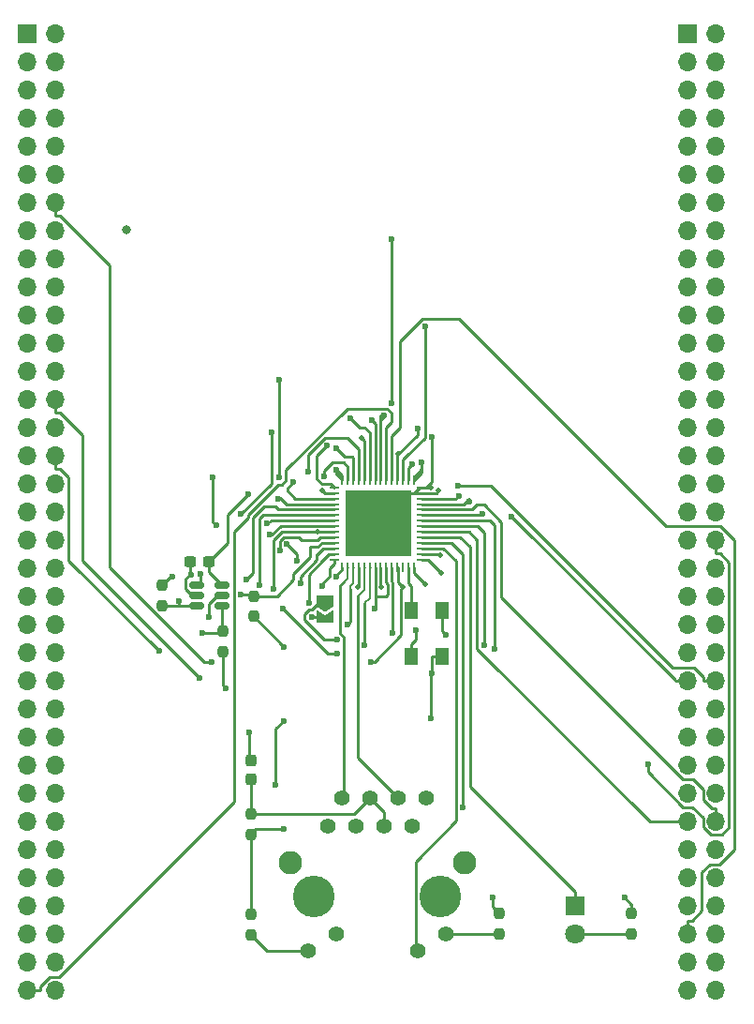
<source format=gbr>
G04 #@! TF.GenerationSoftware,KiCad,Pcbnew,7.0.1-3b83917a11~172~ubuntu22.04.1*
G04 #@! TF.CreationDate,2023-04-09T22:29:47+09:00*
G04 #@! TF.ProjectId,Akashi-13,416b6173-6869-42d3-9133-2e6b69636164,rev?*
G04 #@! TF.SameCoordinates,Original*
G04 #@! TF.FileFunction,Copper,L1,Top*
G04 #@! TF.FilePolarity,Positive*
%FSLAX46Y46*%
G04 Gerber Fmt 4.6, Leading zero omitted, Abs format (unit mm)*
G04 Created by KiCad (PCBNEW 7.0.1-3b83917a11~172~ubuntu22.04.1) date 2023-04-09 22:29:47*
%MOMM*%
%LPD*%
G01*
G04 APERTURE LIST*
G04 Aperture macros list*
%AMRoundRect*
0 Rectangle with rounded corners*
0 $1 Rounding radius*
0 $2 $3 $4 $5 $6 $7 $8 $9 X,Y pos of 4 corners*
0 Add a 4 corners polygon primitive as box body*
4,1,4,$2,$3,$4,$5,$6,$7,$8,$9,$2,$3,0*
0 Add four circle primitives for the rounded corners*
1,1,$1+$1,$2,$3*
1,1,$1+$1,$4,$5*
1,1,$1+$1,$6,$7*
1,1,$1+$1,$8,$9*
0 Add four rect primitives between the rounded corners*
20,1,$1+$1,$2,$3,$4,$5,0*
20,1,$1+$1,$4,$5,$6,$7,0*
20,1,$1+$1,$6,$7,$8,$9,0*
20,1,$1+$1,$8,$9,$2,$3,0*%
%AMFreePoly0*
4,1,6,1.000000,0.000000,0.500000,-0.750000,-0.500000,-0.750000,-0.500000,0.750000,0.500000,0.750000,1.000000,0.000000,1.000000,0.000000,$1*%
%AMFreePoly1*
4,1,6,0.500000,-0.750000,-0.650000,-0.750000,-0.150000,0.000000,-0.650000,0.750000,0.500000,0.750000,0.500000,-0.750000,0.500000,-0.750000,$1*%
G04 Aperture macros list end*
G04 #@! TA.AperFunction,SMDPad,CuDef*
%ADD10RoundRect,0.237500X-0.237500X0.250000X-0.237500X-0.250000X0.237500X-0.250000X0.237500X0.250000X0*%
G04 #@! TD*
G04 #@! TA.AperFunction,SMDPad,CuDef*
%ADD11RoundRect,0.062500X0.375000X0.062500X-0.375000X0.062500X-0.375000X-0.062500X0.375000X-0.062500X0*%
G04 #@! TD*
G04 #@! TA.AperFunction,SMDPad,CuDef*
%ADD12RoundRect,0.062500X0.062500X0.375000X-0.062500X0.375000X-0.062500X-0.375000X0.062500X-0.375000X0*%
G04 #@! TD*
G04 #@! TA.AperFunction,SMDPad,CuDef*
%ADD13R,5.900000X5.900000*%
G04 #@! TD*
G04 #@! TA.AperFunction,SMDPad,CuDef*
%ADD14RoundRect,0.150000X-0.512500X-0.150000X0.512500X-0.150000X0.512500X0.150000X-0.512500X0.150000X0*%
G04 #@! TD*
G04 #@! TA.AperFunction,SMDPad,CuDef*
%ADD15R,1.200000X1.500000*%
G04 #@! TD*
G04 #@! TA.AperFunction,ComponentPad*
%ADD16R,1.800000X1.800000*%
G04 #@! TD*
G04 #@! TA.AperFunction,ComponentPad*
%ADD17C,1.800000*%
G04 #@! TD*
G04 #@! TA.AperFunction,ComponentPad*
%ADD18C,1.397000*%
G04 #@! TD*
G04 #@! TA.AperFunction,ComponentPad*
%ADD19C,3.759200*%
G04 #@! TD*
G04 #@! TA.AperFunction,ComponentPad*
%ADD20C,2.108200*%
G04 #@! TD*
G04 #@! TA.AperFunction,SMDPad,CuDef*
%ADD21RoundRect,0.237500X0.300000X0.237500X-0.300000X0.237500X-0.300000X-0.237500X0.300000X-0.237500X0*%
G04 #@! TD*
G04 #@! TA.AperFunction,SMDPad,CuDef*
%ADD22FreePoly0,270.000000*%
G04 #@! TD*
G04 #@! TA.AperFunction,SMDPad,CuDef*
%ADD23FreePoly1,270.000000*%
G04 #@! TD*
G04 #@! TA.AperFunction,SMDPad,CuDef*
%ADD24RoundRect,0.237500X0.237500X-0.300000X0.237500X0.300000X-0.237500X0.300000X-0.237500X-0.300000X0*%
G04 #@! TD*
G04 #@! TA.AperFunction,SMDPad,CuDef*
%ADD25RoundRect,0.237500X0.237500X-0.250000X0.237500X0.250000X-0.237500X0.250000X-0.237500X-0.250000X0*%
G04 #@! TD*
G04 #@! TA.AperFunction,ComponentPad*
%ADD26R,1.700000X1.700000*%
G04 #@! TD*
G04 #@! TA.AperFunction,ComponentPad*
%ADD27O,1.700000X1.700000*%
G04 #@! TD*
G04 #@! TA.AperFunction,ViaPad*
%ADD28C,0.800000*%
G04 #@! TD*
G04 #@! TA.AperFunction,ViaPad*
%ADD29C,0.600000*%
G04 #@! TD*
G04 #@! TA.AperFunction,ViaPad*
%ADD30C,0.500000*%
G04 #@! TD*
G04 #@! TA.AperFunction,Conductor*
%ADD31C,0.250000*%
G04 #@! TD*
G04 #@! TA.AperFunction,Conductor*
%ADD32C,0.200000*%
G04 #@! TD*
G04 APERTURE END LIST*
D10*
X143000000Y-145500000D03*
X143000000Y-147325000D03*
X120750000Y-116837500D03*
X120750000Y-118662500D03*
D11*
X135937500Y-113510000D03*
X135937500Y-113010000D03*
X135937500Y-112510000D03*
X135937500Y-112010000D03*
X135937500Y-111510000D03*
X135937500Y-111010000D03*
X135937500Y-110510000D03*
X135937500Y-110010000D03*
X135937500Y-109510000D03*
X135937500Y-109010000D03*
X135937500Y-108510000D03*
X135937500Y-108010000D03*
X135937500Y-107510000D03*
X135937500Y-107010000D03*
D12*
X135250000Y-106322500D03*
X134750000Y-106322500D03*
X134250000Y-106322500D03*
X133750000Y-106322500D03*
X133250000Y-106322500D03*
X132750000Y-106322500D03*
X132250000Y-106322500D03*
X131750000Y-106322500D03*
X131250000Y-106322500D03*
X130750000Y-106322500D03*
X130250000Y-106322500D03*
X129750000Y-106322500D03*
X129250000Y-106322500D03*
X128750000Y-106322500D03*
D11*
X128062500Y-107010000D03*
X128062500Y-107510000D03*
X128062500Y-108010000D03*
X128062500Y-108510000D03*
X128062500Y-109010000D03*
X128062500Y-109510000D03*
X128062500Y-110010000D03*
X128062500Y-110510000D03*
X128062500Y-111010000D03*
X128062500Y-111510000D03*
X128062500Y-112010000D03*
X128062500Y-112510000D03*
X128062500Y-113010000D03*
X128062500Y-113510000D03*
D12*
X128750000Y-114197500D03*
X129250000Y-114197500D03*
X129750000Y-114197500D03*
X130250000Y-114197500D03*
X130750000Y-114197500D03*
X131250000Y-114197500D03*
X131750000Y-114197500D03*
X132250000Y-114197500D03*
X132750000Y-114197500D03*
X133250000Y-114197500D03*
X133750000Y-114197500D03*
X134250000Y-114197500D03*
X134750000Y-114197500D03*
X135250000Y-114197500D03*
D13*
X132000000Y-110260000D03*
D10*
X112500000Y-115837500D03*
X112500000Y-117662500D03*
D14*
X115612500Y-115800000D03*
X115612500Y-116750000D03*
X115612500Y-117700000D03*
X117887500Y-117700000D03*
X117887500Y-116750000D03*
X117887500Y-115800000D03*
D15*
X137800000Y-122250000D03*
X137800000Y-118150000D03*
X135000000Y-118150000D03*
X135000000Y-122250000D03*
D16*
X149860000Y-144780000D03*
D17*
X149860000Y-147320000D03*
D18*
X127483000Y-137590000D03*
X128753000Y-135050000D03*
X130023000Y-137590000D03*
X131293000Y-135050000D03*
X132563000Y-137590000D03*
X133833000Y-135050000D03*
X135103000Y-137590000D03*
X136373000Y-135050000D03*
X125730000Y-148840000D03*
X128270000Y-147320000D03*
X135586000Y-148840000D03*
X138126000Y-147320000D03*
D19*
X137643000Y-143940000D03*
X126213000Y-143940000D03*
D20*
X139802998Y-140890000D03*
X124053002Y-140890000D03*
D10*
X120500000Y-145587500D03*
X120500000Y-147412500D03*
D21*
X116725000Y-113750000D03*
X115000000Y-113750000D03*
D22*
X127250000Y-117275000D03*
D23*
X127250000Y-118725000D03*
D10*
X154940000Y-145495000D03*
X154940000Y-147320000D03*
D24*
X120500000Y-133362500D03*
X120500000Y-131637500D03*
D25*
X120500000Y-138325000D03*
X120500000Y-136500000D03*
X118000000Y-121825000D03*
X118000000Y-120000000D03*
D26*
X160020000Y-66040000D03*
D27*
X162560000Y-66040000D03*
X160020000Y-68580000D03*
X162560000Y-68580000D03*
X160020000Y-71120000D03*
X162560000Y-71120000D03*
X160020000Y-73660000D03*
X162560000Y-73660000D03*
X160020000Y-76200000D03*
X162560000Y-76200000D03*
X160020000Y-78740000D03*
X162560000Y-78740000D03*
X160020000Y-81280000D03*
X162560000Y-81280000D03*
X160020000Y-83820000D03*
X162560000Y-83820000D03*
X160020000Y-86360000D03*
X162560000Y-86360000D03*
X160020000Y-88900000D03*
X162560000Y-88900000D03*
X160020000Y-91440000D03*
X162560000Y-91440000D03*
X160020000Y-93980000D03*
X162560000Y-93980000D03*
X160020000Y-96520000D03*
X162560000Y-96520000D03*
X160020000Y-99060000D03*
X162560000Y-99060000D03*
X160020000Y-101600000D03*
X162560000Y-101600000D03*
X160020000Y-104140000D03*
X162560000Y-104140000D03*
X160020000Y-106680000D03*
X162560000Y-106680000D03*
X160020000Y-109220000D03*
X162560000Y-109220000D03*
X160020000Y-111760000D03*
X162560000Y-111760000D03*
X160020000Y-114300000D03*
X162560000Y-114300000D03*
X160020000Y-116840000D03*
X162560000Y-116840000D03*
X160020000Y-119380000D03*
X162560000Y-119380000D03*
X160020000Y-121920000D03*
X162560000Y-121920000D03*
X160020000Y-124460000D03*
X162560000Y-124460000D03*
X160020000Y-127000000D03*
X162560000Y-127000000D03*
X160020000Y-129540000D03*
X162560000Y-129540000D03*
X160020000Y-132080000D03*
X162560000Y-132080000D03*
X160020000Y-134620000D03*
X162560000Y-134620000D03*
X160020000Y-137160000D03*
X162560000Y-137160000D03*
X160020000Y-139700000D03*
X162560000Y-139700000D03*
X160020000Y-142240000D03*
X162560000Y-142240000D03*
X160020000Y-144780000D03*
X162560000Y-144780000D03*
X160020000Y-147320000D03*
X162560000Y-147320000D03*
X160020000Y-149860000D03*
X162560000Y-149860000D03*
X160020000Y-152400000D03*
X162560000Y-152400000D03*
D26*
X100310000Y-66040000D03*
D27*
X102850000Y-66040000D03*
X100310000Y-68580000D03*
X102850000Y-68580000D03*
X100310000Y-71120000D03*
X102850000Y-71120000D03*
X100310000Y-73660000D03*
X102850000Y-73660000D03*
X100310000Y-76200000D03*
X102850000Y-76200000D03*
X100310000Y-78740000D03*
X102850000Y-78740000D03*
X100310000Y-81280000D03*
X102850000Y-81280000D03*
X100310000Y-83820000D03*
X102850000Y-83820000D03*
X100310000Y-86360000D03*
X102850000Y-86360000D03*
X100310000Y-88900000D03*
X102850000Y-88900000D03*
X100310000Y-91440000D03*
X102850000Y-91440000D03*
X100310000Y-93980000D03*
X102850000Y-93980000D03*
X100310000Y-96520000D03*
X102850000Y-96520000D03*
X100310000Y-99060000D03*
X102850000Y-99060000D03*
X100310000Y-101600000D03*
X102850000Y-101600000D03*
X100310000Y-104140000D03*
X102850000Y-104140000D03*
X100310000Y-106680000D03*
X102850000Y-106680000D03*
X100310000Y-109220000D03*
X102850000Y-109220000D03*
X100310000Y-111760000D03*
X102850000Y-111760000D03*
X100310000Y-114300000D03*
X102850000Y-114300000D03*
X100310000Y-116840000D03*
X102850000Y-116840000D03*
X100310000Y-119380000D03*
X102850000Y-119380000D03*
X100310000Y-121920000D03*
X102850000Y-121920000D03*
X100310000Y-124460000D03*
X102850000Y-124460000D03*
X100310000Y-127000000D03*
X102850000Y-127000000D03*
X100310000Y-129540000D03*
X102850000Y-129540000D03*
X100310000Y-132080000D03*
X102850000Y-132080000D03*
X100310000Y-134620000D03*
X102850000Y-134620000D03*
X100310000Y-137160000D03*
X102850000Y-137160000D03*
X100310000Y-139700000D03*
X102850000Y-139700000D03*
X100310000Y-142240000D03*
X102850000Y-142240000D03*
X100310000Y-144780000D03*
X102850000Y-144780000D03*
X100310000Y-147320000D03*
X102850000Y-147320000D03*
X100310000Y-149860000D03*
X102850000Y-149860000D03*
X100310000Y-152400000D03*
X102850000Y-152400000D03*
D28*
X134000000Y-109000000D03*
X130000000Y-111000000D03*
X132000000Y-111000000D03*
X134000000Y-111000000D03*
X132000000Y-109000000D03*
X130000000Y-109000000D03*
D29*
X130810000Y-121230700D03*
X116975700Y-122801400D03*
X126974300Y-115898900D03*
D28*
X109250000Y-83750000D03*
D29*
X125994200Y-118747000D03*
D30*
X137500000Y-107250000D03*
D29*
X123523500Y-121377600D03*
X136880200Y-102414100D03*
X120358100Y-129124100D03*
X138171000Y-120340200D03*
D30*
X136750000Y-107010000D03*
D29*
X123760200Y-112107300D03*
X124684500Y-113587800D03*
X115136300Y-114890800D03*
X129272500Y-119396400D03*
X139304781Y-107804781D03*
X140233300Y-108267000D03*
X120113700Y-115300900D03*
X121285000Y-115807900D03*
X132573400Y-100529400D03*
X133206200Y-84589600D03*
X133206200Y-99393900D03*
X142523600Y-121606000D03*
X156402700Y-131988900D03*
X141453100Y-109371900D03*
X123057500Y-97252600D03*
X123057500Y-106127300D03*
X124379200Y-106517300D03*
X122956200Y-108030900D03*
X117381100Y-110451500D03*
X117088600Y-106075900D03*
X122210700Y-111252000D03*
X119637300Y-109432700D03*
X122401800Y-102002700D03*
X128206700Y-105400300D03*
X144092000Y-109646400D03*
X139227000Y-106844100D03*
X122000000Y-110250000D03*
X128230700Y-103496300D03*
X129511600Y-100764900D03*
X127410300Y-103224100D03*
X131445000Y-100965000D03*
X125684200Y-105549800D03*
X127137800Y-105968100D03*
X141605000Y-121285000D03*
X128270000Y-115039200D03*
X112189000Y-121778900D03*
X136805400Y-127889000D03*
X135447700Y-119889800D03*
D30*
X133824000Y-104000000D03*
D29*
X131671400Y-117947600D03*
D30*
X136250000Y-115750000D03*
D29*
X118247500Y-125157000D03*
X123502800Y-137863700D03*
D30*
X130500000Y-102500000D03*
D29*
X136857700Y-123750500D03*
X120249900Y-107649600D03*
X154281600Y-144046700D03*
D30*
X137750000Y-114750000D03*
D29*
X142354800Y-144049200D03*
X135583000Y-101652000D03*
X123502800Y-128074100D03*
D30*
X127000000Y-107315000D03*
D29*
X122761100Y-133874100D03*
D30*
X130200000Y-115994000D03*
X126500000Y-111000000D03*
D29*
X122568500Y-116198800D03*
X128275200Y-122045400D03*
X123374700Y-117913900D03*
X131348800Y-122736500D03*
D30*
X137669000Y-113084000D03*
X134250000Y-116000000D03*
D29*
X139700000Y-135890000D03*
X128275200Y-120769300D03*
X133350000Y-120121500D03*
X113421300Y-115049400D03*
X115936500Y-114804300D03*
X123193600Y-112672300D03*
X114042000Y-117294600D03*
X116099300Y-120114200D03*
X124981500Y-115624300D03*
D30*
X132324000Y-116000000D03*
D29*
X119611700Y-116650000D03*
X116709200Y-118721500D03*
X115854500Y-124206100D03*
X125744400Y-117426400D03*
X135917700Y-104758600D03*
X135117500Y-104893700D03*
X136255100Y-92429900D03*
D31*
X131250000Y-114198000D02*
X131250000Y-114197500D01*
D32*
X131250000Y-114198000D02*
X131250000Y-117035000D01*
D31*
X130810000Y-117475000D02*
X130810000Y-121230700D01*
D32*
X131250000Y-117035000D02*
X130810000Y-117475000D01*
D31*
X116975700Y-122801400D02*
X116308500Y-122801400D01*
X128062000Y-113691000D02*
X128062500Y-113690500D01*
X107725300Y-86965200D02*
X103215200Y-82455100D01*
X116308500Y-122801400D02*
X107725300Y-114218200D01*
X107725300Y-114218200D02*
X107725300Y-86965200D01*
X127839500Y-114115200D02*
X127644800Y-114309900D01*
X103215200Y-82455100D02*
X102850000Y-82455100D01*
X128062000Y-113510000D02*
X128062000Y-113691000D01*
X127644800Y-115025400D02*
X126974300Y-115695900D01*
X127839500Y-114095000D02*
X127839500Y-114115200D01*
X128062000Y-113691000D02*
X128062000Y-113872000D01*
X102850000Y-81280000D02*
X102850000Y-82455100D01*
X128062500Y-113690500D02*
X128062500Y-113510000D01*
X128062000Y-113872000D02*
X127839500Y-114095000D01*
X127644800Y-114309900D02*
X127644800Y-115025400D01*
X126974300Y-115695900D02*
X126974300Y-115898900D01*
X127839500Y-114095000D02*
X127635000Y-114300000D01*
X120358100Y-131495600D02*
X120358100Y-129124100D01*
X124684400Y-113587800D02*
X124684500Y-113587800D01*
X135755000Y-107010000D02*
X135255000Y-107510000D01*
X137800000Y-119969200D02*
X137800000Y-118150000D01*
X135937500Y-107510000D02*
X135255000Y-107510000D01*
X136750000Y-107010000D02*
X136343800Y-107010000D01*
X135255000Y-107510000D02*
X134750000Y-107510000D01*
X115163400Y-116750000D02*
X115612500Y-116750000D01*
X134750000Y-107510000D02*
X132000000Y-110260000D01*
X137500000Y-107250000D02*
X137250000Y-107510000D01*
X126016200Y-118725000D02*
X125994200Y-118747000D01*
X137250000Y-107510000D02*
X135937500Y-107510000D01*
X115000000Y-114890800D02*
X114614700Y-115276100D01*
X123465100Y-121377600D02*
X120750000Y-118662500D01*
X138171000Y-120340200D02*
X137800000Y-119969200D01*
X123523500Y-121377600D02*
X123465100Y-121377600D01*
X115000000Y-114890800D02*
X115000000Y-113750000D01*
X115136300Y-114890800D02*
X115000000Y-114890800D01*
X136880200Y-106473600D02*
X136880200Y-102414100D01*
X123760200Y-112107300D02*
X124684400Y-113031500D01*
X120500000Y-131637500D02*
X120358100Y-131495600D01*
X136343800Y-107010000D02*
X135937500Y-107010000D01*
X114614700Y-116201300D02*
X115163400Y-116750000D01*
X127250000Y-118725000D02*
X126016200Y-118725000D01*
X136343800Y-107010000D02*
X136880200Y-106473600D01*
X135937500Y-107010000D02*
X135755000Y-107010000D01*
X114614700Y-115276100D02*
X114614700Y-116201300D01*
X124684400Y-113031500D02*
X124684400Y-113587800D01*
D32*
X129750000Y-114198000D02*
X129750000Y-115667000D01*
D31*
X129272500Y-119396400D02*
X129540000Y-119128900D01*
D32*
X129540000Y-115877000D02*
X129540000Y-116205000D01*
X129750000Y-115667000D02*
X129540000Y-115877000D01*
D31*
X129750000Y-114198000D02*
X129750000Y-114197500D01*
X129540000Y-119128900D02*
X129540000Y-116205000D01*
X139005000Y-108010000D02*
X135937500Y-108010000D01*
X139304781Y-107804781D02*
X139005000Y-108010000D01*
X140233300Y-108051700D02*
X140233300Y-108267000D01*
X135938000Y-108510000D02*
X135937500Y-108510000D01*
X139775000Y-108510000D02*
X140233300Y-108051700D01*
X135938000Y-108510000D02*
X139775000Y-108510000D01*
X128062000Y-109010000D02*
X128062500Y-109010000D01*
X122980000Y-109010000D02*
X122705200Y-108735200D01*
X120113700Y-115300900D02*
X120712500Y-114702100D01*
X128062000Y-109010000D02*
X122980000Y-109010000D01*
X121693300Y-108735200D02*
X122705200Y-108735200D01*
X120712500Y-109716000D02*
X121693300Y-108735200D01*
X120712500Y-114702100D02*
X120712500Y-109716000D01*
X121285000Y-109855000D02*
X121285000Y-115807900D01*
X128062000Y-109510000D02*
X128062500Y-109510000D01*
X128062000Y-109510000D02*
X121630000Y-109510000D01*
X121630000Y-109510000D02*
X121285000Y-109855000D01*
X123316500Y-106752400D02*
X122998000Y-106752400D01*
X133198500Y-100270400D02*
X132832400Y-99904300D01*
X120262400Y-109488000D02*
X120262400Y-109691700D01*
X132750000Y-101565000D02*
X133198500Y-101116500D01*
X101485100Y-152032700D02*
X101485100Y-152400000D01*
X100310000Y-152400000D02*
X101485100Y-152400000D01*
X123682600Y-105431200D02*
X123682600Y-106386300D01*
X132832400Y-99904300D02*
X129209500Y-99904300D01*
X133198500Y-101116500D02*
X133198500Y-100270400D01*
X123682600Y-106386300D02*
X123316500Y-106752400D01*
X120262400Y-109691700D02*
X118986600Y-110967500D01*
X132750000Y-106322000D02*
X132750000Y-101565000D01*
X118986600Y-135404500D02*
X103166200Y-151224900D01*
X129209500Y-99904300D02*
X123682600Y-105431200D01*
X102292900Y-151224900D02*
X101485100Y-152032700D01*
X132750000Y-106322000D02*
X132750000Y-106322500D01*
X118986600Y-110967500D02*
X118986600Y-135404500D01*
X103166200Y-151224900D02*
X102292900Y-151224900D01*
X122998000Y-106752400D02*
X120262400Y-109488000D01*
X130750000Y-114198000D02*
X130750000Y-114197500D01*
X130175000Y-131392000D02*
X133833000Y-135050000D01*
X130175000Y-116840000D02*
X130175000Y-131392000D01*
D32*
X130750000Y-114198000D02*
X130750000Y-116265000D01*
X130750000Y-116265000D02*
X130175000Y-116840000D01*
D31*
X133206200Y-99393900D02*
X133206200Y-84589600D01*
X132250000Y-100963500D02*
X132250000Y-100500000D01*
X132250000Y-106322000D02*
X132250000Y-100963500D01*
X132250000Y-106322000D02*
X132250000Y-106322500D01*
X132573400Y-100640100D02*
X132250000Y-100963500D01*
X132573400Y-100529400D02*
X132573400Y-100640100D01*
X128753000Y-135050000D02*
X128900300Y-134902700D01*
D32*
X129250000Y-115225000D02*
X128905000Y-115570000D01*
D31*
X128900300Y-134902700D02*
X128900300Y-120510300D01*
D32*
X129250000Y-114198000D02*
X129250000Y-115225000D01*
D31*
X129250000Y-114198000D02*
X129250000Y-114197500D01*
X128900300Y-120510300D02*
X128611900Y-120221900D01*
X128611900Y-115863100D02*
X128905000Y-115570000D01*
X128611900Y-120221900D02*
X128611900Y-115863100D01*
X135938000Y-110010000D02*
X135937500Y-110010000D01*
X142523600Y-110448600D02*
X142085000Y-110010000D01*
X135938000Y-110010000D02*
X142085000Y-110010000D01*
X142523600Y-121606000D02*
X142523600Y-110448600D01*
X161384900Y-137671400D02*
X161384900Y-136860800D01*
X159574300Y-135890000D02*
X156402700Y-132718400D01*
X162560000Y-111760000D02*
X162560000Y-112935100D01*
X163078400Y-138373700D02*
X162087200Y-138373700D01*
X135938000Y-109510000D02*
X135937500Y-109510000D01*
X162560000Y-112935100D02*
X162927200Y-112935100D01*
X163749100Y-113757000D02*
X163749100Y-137703000D01*
X162927200Y-112935100D02*
X163749100Y-113757000D01*
X135938000Y-109510000D02*
X141315000Y-109510000D01*
X162087200Y-138373700D02*
X161384900Y-137671400D01*
X141315000Y-109510000D02*
X141453100Y-109371900D01*
X163749100Y-137703000D02*
X163078400Y-138373700D01*
X156402700Y-132718400D02*
X156402700Y-131988900D01*
X160414100Y-135890000D02*
X159574300Y-135890000D01*
X161384900Y-136860800D02*
X160414100Y-135890000D01*
X124379200Y-106517300D02*
X123825000Y-107071500D01*
X128062000Y-108010000D02*
X124520000Y-108010000D01*
X128062000Y-108010000D02*
X128062500Y-108010000D01*
X124520000Y-108010000D02*
X123825000Y-107315000D01*
X123057500Y-97252600D02*
X123057500Y-106127300D01*
X123825000Y-107071500D02*
X123825000Y-107315000D01*
X123750000Y-108510000D02*
X123190000Y-107950000D01*
X123037100Y-107950000D02*
X123190000Y-107950000D01*
X117088600Y-106075900D02*
X117088600Y-110159000D01*
X117088600Y-110159000D02*
X117381100Y-110451500D01*
X128062000Y-108510000D02*
X128062500Y-108510000D01*
X128062000Y-108510000D02*
X123750000Y-108510000D01*
X122956200Y-108030900D02*
X123037100Y-107950000D01*
X122401800Y-106668200D02*
X122401800Y-102002700D01*
X119637300Y-109432700D02*
X122401800Y-106668200D01*
X128025100Y-110472600D02*
X123207400Y-110472600D01*
X123207400Y-110472600D02*
X122428000Y-111252000D01*
X128062500Y-110510000D02*
X128025100Y-110472600D01*
X122428000Y-111252000D02*
X122210700Y-111252000D01*
X128062000Y-110510000D02*
X128062500Y-110510000D01*
X128206700Y-105760100D02*
X128206700Y-105400300D01*
X160020000Y-124460000D02*
X158844900Y-124460000D01*
X128750000Y-105890000D02*
X128270000Y-105410000D01*
X128750000Y-106303400D02*
X128750000Y-105890000D01*
X158844900Y-124460000D02*
X158844900Y-124399300D01*
X128750000Y-106322000D02*
X128750000Y-106322500D01*
X128750000Y-106322000D02*
X128750000Y-106303400D01*
X128750000Y-106303400D02*
X128206700Y-105760100D01*
X158844900Y-124399300D02*
X144092000Y-109646400D01*
X158614600Y-123284900D02*
X142173800Y-106844100D01*
X122400000Y-110010000D02*
X128062500Y-110010000D01*
X161384900Y-124092700D02*
X160577100Y-123284900D01*
X160577100Y-123284900D02*
X158614600Y-123284900D01*
X162560000Y-124460000D02*
X161384900Y-124460000D01*
X122000000Y-110250000D02*
X122400000Y-110010000D01*
X142173800Y-106844100D02*
X139227000Y-106844100D01*
X161384900Y-124460000D02*
X161384900Y-124092700D01*
X129645000Y-104245000D02*
X128979400Y-104245000D01*
X128979400Y-104245000D02*
X128230700Y-103496300D01*
X129750000Y-106322000D02*
X129750000Y-106322500D01*
X129750000Y-104350000D02*
X129645000Y-104245000D01*
X129750000Y-106322000D02*
X129750000Y-104350000D01*
X131250000Y-106322000D02*
X131250000Y-106322500D01*
X130346700Y-101600000D02*
X129511600Y-100764900D01*
X131250000Y-106322000D02*
X131250000Y-102040000D01*
X130810000Y-101600000D02*
X130346700Y-101600000D01*
X131250000Y-102040000D02*
X130810000Y-101600000D01*
X126943800Y-106667000D02*
X127719500Y-106667000D01*
X127719500Y-106667000D02*
X128062500Y-107010000D01*
X126495600Y-104138800D02*
X126495600Y-106218800D01*
X126495600Y-106218800D02*
X126943800Y-106667000D01*
X127410300Y-103224100D02*
X126495600Y-104138800D01*
X131750000Y-101270000D02*
X131445000Y-100965000D01*
X131750000Y-106322000D02*
X131750000Y-101270000D01*
X131750000Y-106322000D02*
X131750000Y-106322500D01*
X125684200Y-104066200D02*
X125684200Y-105549800D01*
X130250000Y-106322000D02*
X130250000Y-103580000D01*
X127197100Y-102553300D02*
X125684200Y-104066200D01*
X130250000Y-103580000D02*
X130175000Y-103505000D01*
X129223300Y-102553300D02*
X127197100Y-102553300D01*
X130175000Y-103505000D02*
X129223300Y-102553300D01*
X130250000Y-106322000D02*
X130250000Y-106322500D01*
X129250000Y-106322000D02*
X129250000Y-106322500D01*
X129250000Y-106322000D02*
X129250000Y-105120000D01*
X127137800Y-105528700D02*
X127137800Y-105968100D01*
X128905000Y-104775000D02*
X127891500Y-104775000D01*
X127891500Y-104775000D02*
X127137800Y-105528700D01*
X129250000Y-105120000D02*
X128905000Y-104775000D01*
X140220000Y-111010000D02*
X140970000Y-111760000D01*
X140970000Y-121545600D02*
X140970000Y-111760000D01*
X135938000Y-111010000D02*
X135937500Y-111010000D01*
X135938000Y-111010000D02*
X140220000Y-111010000D01*
X160020000Y-137160000D02*
X156584400Y-137160000D01*
X156584400Y-137160000D02*
X140970000Y-121545600D01*
X159547500Y-133350000D02*
X143153300Y-116955800D01*
X161384900Y-135177100D02*
X161384900Y-134284000D01*
X141622400Y-108585000D02*
X140970000Y-108585000D01*
X140545000Y-109010000D02*
X140970000Y-108585000D01*
X161384900Y-134284000D02*
X160450900Y-133350000D01*
X135938000Y-109010000D02*
X135937500Y-109010000D01*
X162192700Y-135984900D02*
X161384900Y-135177100D01*
X143153300Y-116955800D02*
X143153300Y-110115900D01*
X162560000Y-135984900D02*
X162192700Y-135984900D01*
X162560000Y-137160000D02*
X162560000Y-135984900D01*
X160450900Y-133350000D02*
X159547500Y-133350000D01*
X143153300Y-110115900D02*
X141622400Y-108585000D01*
X135938000Y-109010000D02*
X140545000Y-109010000D01*
X135938000Y-110510000D02*
X135937500Y-110510000D01*
X140990000Y-110510000D02*
X141605000Y-111125000D01*
X135938000Y-110510000D02*
X140990000Y-110510000D01*
X141605000Y-111125000D02*
X141605000Y-121285000D01*
X133985000Y-93792500D02*
X136003900Y-91773600D01*
X136003900Y-91773600D02*
X139349500Y-91773600D01*
X162864600Y-141064800D02*
X161978800Y-141064800D01*
X161290000Y-145240100D02*
X160385200Y-146144900D01*
X133250000Y-102335000D02*
X133985000Y-101600000D01*
X161290000Y-141753600D02*
X161290000Y-145240100D01*
X164249300Y-111787200D02*
X164249300Y-139680100D01*
X161978800Y-141064800D02*
X161290000Y-141753600D01*
X139349500Y-91773600D02*
X158065900Y-110490000D01*
X133250000Y-106322000D02*
X133250000Y-102335000D01*
X160385200Y-146144900D02*
X160020000Y-146144900D01*
X133985000Y-101600000D02*
X133985000Y-93792500D01*
X133250000Y-106322000D02*
X133250000Y-106322500D01*
X164249300Y-139680100D02*
X162864600Y-141064800D01*
X162952100Y-110490000D02*
X164249300Y-111787200D01*
X158065900Y-110490000D02*
X162952100Y-110490000D01*
X160020000Y-147320000D02*
X160020000Y-146144900D01*
X125730000Y-148840000D02*
X121927500Y-148840000D01*
X121927500Y-148840000D02*
X120500000Y-147412500D01*
X142995000Y-147320000D02*
X143000000Y-147325000D01*
X138126000Y-147320000D02*
X142995000Y-147320000D01*
X102850000Y-104140000D02*
X102850000Y-105315100D01*
X104025100Y-113615000D02*
X112189000Y-121778900D01*
X102850000Y-105315100D02*
X103217300Y-105315100D01*
X128270000Y-114935000D02*
X128270000Y-115039200D01*
X104025100Y-106122900D02*
X104025100Y-113615000D01*
X128750000Y-114455000D02*
X128270000Y-114935000D01*
X128750000Y-114198000D02*
X128750000Y-114197500D01*
X103217300Y-105315100D02*
X104025100Y-106122900D01*
X128750000Y-114198000D02*
X128750000Y-114455000D01*
X133750000Y-106322000D02*
X133750000Y-104074000D01*
X131750000Y-114198000D02*
X131750000Y-116840000D01*
X118000000Y-121825000D02*
X118000000Y-124909500D01*
X118000000Y-124909500D02*
X118247500Y-125157000D01*
X127195000Y-107510000D02*
X127000000Y-107315000D01*
X120249900Y-107649600D02*
X118430700Y-109468800D01*
X135938000Y-113510000D02*
X135937500Y-113510000D01*
X123502800Y-128074100D02*
X122761100Y-128815800D01*
X130750000Y-102750000D02*
X130500000Y-102500000D01*
X117887500Y-115800000D02*
X116725000Y-114637500D01*
X132715000Y-116840000D02*
X131750000Y-116840000D01*
X135250000Y-114750000D02*
X136250000Y-115750000D01*
X130750000Y-106322000D02*
X130750000Y-102750000D01*
X133750000Y-104074000D02*
X133824000Y-104000000D01*
X118430700Y-112044300D02*
X116725000Y-113750000D01*
X135447700Y-120727200D02*
X135447700Y-119889800D01*
X135938000Y-113510000D02*
X136510000Y-113510000D01*
X128062000Y-107510000D02*
X127195000Y-107510000D01*
X136874900Y-122250000D02*
X136874900Y-123733300D01*
X135000000Y-121174900D02*
X135447700Y-120727200D01*
X132750000Y-114197500D02*
X132750000Y-114198000D01*
X130750000Y-106322000D02*
X130750000Y-106322500D01*
X130250000Y-114198000D02*
X130250000Y-115944000D01*
X131671400Y-117947600D02*
X131639400Y-117915600D01*
X137800000Y-122250000D02*
X136874900Y-122250000D01*
X132750000Y-115612000D02*
X132900000Y-115762000D01*
X132900000Y-116656000D02*
X132715000Y-116840000D01*
X135250000Y-114198000D02*
X135250000Y-114197500D01*
X136857700Y-123750500D02*
X136805400Y-123802800D01*
X132900000Y-115762000D02*
X132900000Y-116656000D01*
X133750000Y-106322000D02*
X133750000Y-106322500D01*
X135000000Y-122250000D02*
X135000000Y-121174900D01*
X118430700Y-109468800D02*
X118430700Y-112044300D01*
X135250000Y-114198000D02*
X135250000Y-114750000D01*
X128062000Y-107510000D02*
X128062500Y-107510000D01*
X142354800Y-144854800D02*
X142354800Y-144049200D01*
X131750000Y-114197500D02*
X131750000Y-114198000D01*
X130250000Y-115944000D02*
X130200000Y-115994000D01*
X131750000Y-116840000D02*
X131750000Y-117805000D01*
X143000000Y-145500000D02*
X142354800Y-144854800D01*
X136510000Y-113510000D02*
X137750000Y-114750000D01*
X132750000Y-114198000D02*
X132750000Y-115612000D01*
X136805400Y-123802800D02*
X136805400Y-127889000D01*
X123502800Y-137863700D02*
X120961300Y-137863700D01*
X122761100Y-128815800D02*
X122761100Y-133874100D01*
X136874900Y-123733300D02*
X136857700Y-123750500D01*
X120961300Y-137863700D02*
X120500000Y-138325000D01*
X116725000Y-114637500D02*
X116725000Y-113750000D01*
X120500000Y-145587500D02*
X120500000Y-138325000D01*
X131750000Y-117805000D02*
X131639400Y-117915600D01*
X133824000Y-104000000D02*
X135583000Y-102241000D01*
X154281600Y-144046700D02*
X154940000Y-144705100D01*
X130250000Y-114198000D02*
X130250000Y-114197500D01*
X135583000Y-102241000D02*
X135583000Y-101652000D01*
X154940000Y-144705100D02*
X154940000Y-145495000D01*
X123374700Y-117913900D02*
X127506200Y-122045400D01*
X131696000Y-122736500D02*
X134074800Y-120357700D01*
X135938000Y-113010000D02*
X137594000Y-113010000D01*
X126510000Y-111010000D02*
X126505000Y-111005000D01*
X126505000Y-111005000D02*
X126500000Y-111000000D01*
X122568500Y-111778400D02*
X122568500Y-116198800D01*
X135938000Y-113010000D02*
X135937500Y-113010000D01*
X133750000Y-114198000D02*
X133800000Y-114248000D01*
X134074800Y-120357700D02*
X134074800Y-116175200D01*
X126505000Y-111005000D02*
X123341900Y-111005000D01*
X128062000Y-111010000D02*
X128062500Y-111010000D01*
X133800000Y-114248000D02*
X133800000Y-115550000D01*
X133750000Y-114198000D02*
X133750000Y-114197500D01*
X131348800Y-122736500D02*
X131696000Y-122736500D01*
X128062000Y-111010000D02*
X126510000Y-111010000D01*
X127506200Y-122045400D02*
X128275200Y-122045400D01*
X133800000Y-115550000D02*
X134250000Y-116000000D01*
X137594000Y-113010000D02*
X137669000Y-113084000D01*
X123341900Y-111005000D02*
X122568500Y-111778400D01*
X134074800Y-116175200D02*
X134250000Y-116000000D01*
X149860000Y-147320000D02*
X154940000Y-147320000D01*
X135938000Y-112010000D02*
X135937500Y-112010000D01*
X138680000Y-112010000D02*
X139700000Y-113030000D01*
X135938000Y-112010000D02*
X138680000Y-112010000D01*
X139700000Y-113030000D02*
X139700000Y-135890000D01*
X135395100Y-148649100D02*
X135395100Y-140764700D01*
X135395100Y-140764700D02*
X139065000Y-137094800D01*
X135938000Y-112510000D02*
X137910000Y-112510000D01*
X137910000Y-112510000D02*
X139065000Y-113665000D01*
X135938000Y-112510000D02*
X135937500Y-112510000D01*
X135586000Y-148840000D02*
X135395100Y-148649100D01*
X139065000Y-137094800D02*
X139065000Y-113665000D01*
X127132500Y-120769300D02*
X125352300Y-118989100D01*
X133350000Y-115576000D02*
X133350000Y-117475000D01*
X133350000Y-117475000D02*
X133350000Y-120121500D01*
X125755200Y-118051500D02*
X126003300Y-118051500D01*
X126779800Y-117275000D02*
X127250000Y-117275000D01*
X133250000Y-115476000D02*
X133350000Y-115576000D01*
X125352300Y-118454400D02*
X125755200Y-118051500D01*
X125352300Y-118989100D02*
X125352300Y-118454400D01*
X133250000Y-114198000D02*
X133250000Y-115476000D01*
X133250000Y-114198000D02*
X133250000Y-114197500D01*
X128275200Y-120769300D02*
X127132500Y-120769300D01*
X126003300Y-118051500D02*
X126779800Y-117275000D01*
X115612500Y-115800000D02*
X115936500Y-115476000D01*
X115936500Y-115476000D02*
X115936500Y-114804300D01*
X113288100Y-115049400D02*
X112500000Y-115837500D01*
X113421300Y-115049400D02*
X113288100Y-115049400D01*
X114042000Y-117662500D02*
X112500000Y-117662500D01*
X126553000Y-111760000D02*
X125095000Y-111760000D01*
X123135100Y-112613800D02*
X123193600Y-112672300D01*
X128062000Y-111510000D02*
X128062500Y-111510000D01*
X123135100Y-111848400D02*
X123135100Y-112613800D01*
X126803000Y-111510000D02*
X126553000Y-111760000D01*
X114079500Y-117700000D02*
X115612500Y-117700000D01*
X114042000Y-117294600D02*
X114042000Y-117662500D01*
X128062000Y-111510000D02*
X126803000Y-111510000D01*
X125095000Y-111760000D02*
X124817200Y-111482200D01*
X123501300Y-111482200D02*
X123135100Y-111848400D01*
X114042000Y-117662500D02*
X114079500Y-117700000D01*
X124817200Y-111482200D02*
X123501300Y-111482200D01*
X126556000Y-113030000D02*
X126460500Y-113030000D01*
X124981500Y-115036600D02*
X124981500Y-115624300D01*
X117887500Y-117700000D02*
X117887500Y-119887500D01*
X126460500Y-113030000D02*
X126460500Y-113557600D01*
X128062000Y-112510000D02*
X127076000Y-112510000D01*
X117885800Y-120114200D02*
X118000000Y-120000000D01*
X116099300Y-120114200D02*
X117885800Y-120114200D01*
X127076000Y-112510000D02*
X126556000Y-113030000D01*
X128062000Y-112510000D02*
X128062500Y-112510000D01*
X126460500Y-113557600D02*
X124981500Y-115036600D01*
X117887500Y-119887500D02*
X118000000Y-120000000D01*
X132563000Y-136320000D02*
X131293000Y-135050000D01*
X131293000Y-135050000D02*
X129843000Y-136500000D01*
X132563000Y-137590000D02*
X132563000Y-136320000D01*
X129843000Y-136500000D02*
X120500000Y-136500000D01*
X120500000Y-133362500D02*
X120500000Y-136500000D01*
X132250000Y-114198000D02*
X132250000Y-115926000D01*
X132250000Y-114198000D02*
X132250000Y-114197500D01*
X132250000Y-115926000D02*
X132324000Y-116000000D01*
X135938000Y-111510000D02*
X135937500Y-111510000D01*
X135938000Y-111510000D02*
X139450000Y-111510000D01*
X149860000Y-144780000D02*
X149860000Y-143554900D01*
X140335000Y-134029900D02*
X140335000Y-112395000D01*
X149860000Y-143554900D02*
X140335000Y-134029900D01*
X139450000Y-111510000D02*
X140335000Y-112395000D01*
X128062000Y-112010000D02*
X128062500Y-112010000D01*
X122876100Y-116837500D02*
X120750000Y-116837500D01*
X128062000Y-112010000D02*
X126940000Y-112010000D01*
X126940000Y-112010000D02*
X126555000Y-112395000D01*
X125844300Y-112395000D02*
X125844300Y-113312300D01*
X125844300Y-113312300D02*
X124372100Y-114784500D01*
X117887500Y-116750000D02*
X117448600Y-116750000D01*
X116709200Y-117489400D02*
X116709200Y-118721500D01*
X124372100Y-114784500D02*
X124372100Y-115341500D01*
X126555000Y-112395000D02*
X125844300Y-112395000D01*
X119611700Y-116650000D02*
X120562500Y-116650000D01*
X120562500Y-116650000D02*
X120750000Y-116837500D01*
X124372100Y-115341500D02*
X122876100Y-116837500D01*
X117448600Y-116750000D02*
X116709200Y-117489400D01*
X127000000Y-113587000D02*
X127000000Y-113665000D01*
X128062000Y-113010000D02*
X128062500Y-113010000D01*
X115854500Y-124206100D02*
X105245800Y-113597400D01*
X128062000Y-113010000D02*
X127577000Y-113010000D01*
X105245800Y-113597400D02*
X105245800Y-102265700D01*
X102850000Y-99060000D02*
X102850000Y-100235100D01*
X103215200Y-100235100D02*
X102850000Y-100235100D01*
X105245800Y-102265700D02*
X103215200Y-100235100D01*
X127577000Y-113010000D02*
X127000000Y-113587000D01*
X127000000Y-113665000D02*
X125744400Y-114920600D01*
X125744400Y-114920600D02*
X125744400Y-117426400D01*
X134750000Y-115687000D02*
X135000000Y-115937000D01*
X134750000Y-114198000D02*
X134750000Y-114197500D01*
X134750000Y-114198000D02*
X134750000Y-115687000D01*
X135000000Y-115937000D02*
X135000000Y-118150000D01*
X135917700Y-105654800D02*
X135917700Y-104758600D01*
X135250000Y-106322000D02*
X135250000Y-106322500D01*
X135250000Y-106050000D02*
X135890000Y-105410000D01*
X135250000Y-106322500D02*
X135917700Y-105654800D01*
X135250000Y-106322000D02*
X135250000Y-106050000D01*
X134750000Y-106322000D02*
X134750000Y-106322500D01*
X135127500Y-104902500D02*
X135126300Y-104902500D01*
X134750000Y-105280000D02*
X135127500Y-104902500D01*
X135126300Y-104902500D02*
X135117500Y-104893700D01*
X134750000Y-106322000D02*
X134750000Y-105280000D01*
X134250000Y-104510000D02*
X134250000Y-106250000D01*
X136255100Y-92429900D02*
X136255100Y-102504900D01*
X134620000Y-104140000D02*
X134250000Y-104510000D01*
X136255100Y-102504900D02*
X134620000Y-104140000D01*
X134250000Y-106250000D02*
X134250000Y-106322500D01*
M02*

</source>
